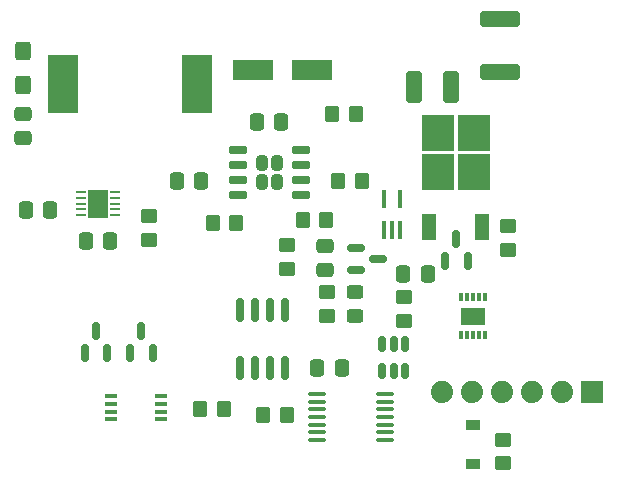
<source format=gbr>
%TF.GenerationSoftware,KiCad,Pcbnew,6.0.11-2627ca5db0~126~ubuntu22.04.1*%
%TF.CreationDate,2023-02-19T01:42:17-05:00*%
%TF.ProjectId,lin-fan-control,6c696e2d-6661-46e2-9d63-6f6e74726f6c,1.0*%
%TF.SameCoordinates,Original*%
%TF.FileFunction,Paste,Top*%
%TF.FilePolarity,Positive*%
%FSLAX46Y46*%
G04 Gerber Fmt 4.6, Leading zero omitted, Abs format (unit mm)*
G04 Created by KiCad (PCBNEW 6.0.11-2627ca5db0~126~ubuntu22.04.1) date 2023-02-19 01:42:17*
%MOMM*%
%LPD*%
G01*
G04 APERTURE LIST*
G04 Aperture macros list*
%AMRoundRect*
0 Rectangle with rounded corners*
0 $1 Rounding radius*
0 $2 $3 $4 $5 $6 $7 $8 $9 X,Y pos of 4 corners*
0 Add a 4 corners polygon primitive as box body*
4,1,4,$2,$3,$4,$5,$6,$7,$8,$9,$2,$3,0*
0 Add four circle primitives for the rounded corners*
1,1,$1+$1,$2,$3*
1,1,$1+$1,$4,$5*
1,1,$1+$1,$6,$7*
1,1,$1+$1,$8,$9*
0 Add four rect primitives between the rounded corners*
20,1,$1+$1,$2,$3,$4,$5,0*
20,1,$1+$1,$4,$5,$6,$7,0*
20,1,$1+$1,$6,$7,$8,$9,0*
20,1,$1+$1,$8,$9,$2,$3,0*%
G04 Aperture macros list end*
%ADD10C,0.100000*%
%ADD11R,0.400000X1.500000*%
%ADD12RoundRect,0.150000X0.150000X-0.512500X0.150000X0.512500X-0.150000X0.512500X-0.150000X-0.512500X0*%
%ADD13RoundRect,0.250000X0.450000X-0.350000X0.450000X0.350000X-0.450000X0.350000X-0.450000X-0.350000X0*%
%ADD14RoundRect,0.250000X-0.350000X-0.450000X0.350000X-0.450000X0.350000X0.450000X-0.350000X0.450000X0*%
%ADD15RoundRect,0.250000X-0.450000X0.350000X-0.450000X-0.350000X0.450000X-0.350000X0.450000X0.350000X0*%
%ADD16R,2.750000X3.050000*%
%ADD17R,1.200000X2.200000*%
%ADD18RoundRect,0.150000X0.150000X-0.587500X0.150000X0.587500X-0.150000X0.587500X-0.150000X-0.587500X0*%
%ADD19RoundRect,0.150000X-0.587500X-0.150000X0.587500X-0.150000X0.587500X0.150000X-0.587500X0.150000X0*%
%ADD20RoundRect,0.250000X-0.475000X0.337500X-0.475000X-0.337500X0.475000X-0.337500X0.475000X0.337500X0*%
%ADD21RoundRect,0.250000X-0.337500X-0.475000X0.337500X-0.475000X0.337500X0.475000X-0.337500X0.475000X0*%
%ADD22RoundRect,0.250000X0.350000X0.450000X-0.350000X0.450000X-0.350000X-0.450000X0.350000X-0.450000X0*%
%ADD23RoundRect,0.250000X1.450000X-0.400000X1.450000X0.400000X-1.450000X0.400000X-1.450000X-0.400000X0*%
%ADD24R,3.500000X1.800000*%
%ADD25RoundRect,0.250000X0.337500X0.475000X-0.337500X0.475000X-0.337500X-0.475000X0.337500X-0.475000X0*%
%ADD26RoundRect,0.250000X0.425000X-0.537500X0.425000X0.537500X-0.425000X0.537500X-0.425000X-0.537500X0*%
%ADD27RoundRect,0.150000X0.150000X-0.825000X0.150000X0.825000X-0.150000X0.825000X-0.150000X-0.825000X0*%
%ADD28RoundRect,0.100000X-0.637500X-0.100000X0.637500X-0.100000X0.637500X0.100000X-0.637500X0.100000X0*%
%ADD29RoundRect,0.250000X0.412500X1.100000X-0.412500X1.100000X-0.412500X-1.100000X0.412500X-1.100000X0*%
%ADD30R,1.100000X0.400000*%
%ADD31R,2.590800X5.003800*%
%ADD32RoundRect,0.250000X0.450000X-0.325000X0.450000X0.325000X-0.450000X0.325000X-0.450000X-0.325000X0*%
%ADD33R,1.200000X0.900000*%
%ADD34RoundRect,0.242500X-0.242500X-0.402500X0.242500X-0.402500X0.242500X0.402500X-0.242500X0.402500X0*%
%ADD35RoundRect,0.150000X-0.650000X-0.150000X0.650000X-0.150000X0.650000X0.150000X-0.650000X0.150000X0*%
%ADD36R,0.812800X0.254000*%
%ADD37R,1.752600X2.489200*%
%ADD38R,1.879600X1.879600*%
%ADD39C,1.879600*%
G04 APERTURE END LIST*
%TO.C,U8*%
G36*
X217502001Y-84054600D02*
G01*
X217248001Y-84054600D01*
X217248001Y-83445000D01*
X217502001Y-83445000D01*
X217502001Y-84054600D01*
G37*
D10*
X217502001Y-84054600D02*
X217248001Y-84054600D01*
X217248001Y-83445000D01*
X217502001Y-83445000D01*
X217502001Y-84054600D01*
G36*
X217001999Y-84054600D02*
G01*
X216747999Y-84054600D01*
X216747999Y-83445000D01*
X217001999Y-83445000D01*
X217001999Y-84054600D01*
G37*
X217001999Y-84054600D02*
X216747999Y-84054600D01*
X216747999Y-83445000D01*
X217001999Y-83445000D01*
X217001999Y-84054600D01*
G36*
X216502000Y-84054600D02*
G01*
X216248000Y-84054600D01*
X216248000Y-83445000D01*
X216502000Y-83445000D01*
X216502000Y-84054600D01*
G37*
X216502000Y-84054600D02*
X216248000Y-84054600D01*
X216248000Y-83445000D01*
X216502000Y-83445000D01*
X216502000Y-84054600D01*
G36*
X216002001Y-84054600D02*
G01*
X215748001Y-84054600D01*
X215748001Y-83445000D01*
X216002001Y-83445000D01*
X216002001Y-84054600D01*
G37*
X216002001Y-84054600D02*
X215748001Y-84054600D01*
X215748001Y-83445000D01*
X216002001Y-83445000D01*
X216002001Y-84054600D01*
G36*
X215501999Y-84054600D02*
G01*
X215247999Y-84054600D01*
X215247999Y-83445000D01*
X215501999Y-83445000D01*
X215501999Y-84054600D01*
G37*
X215501999Y-84054600D02*
X215247999Y-84054600D01*
X215247999Y-83445000D01*
X215501999Y-83445000D01*
X215501999Y-84054600D01*
G36*
X215501999Y-87255000D02*
G01*
X215247999Y-87255000D01*
X215247999Y-86645400D01*
X215501999Y-86645400D01*
X215501999Y-87255000D01*
G37*
X215501999Y-87255000D02*
X215247999Y-87255000D01*
X215247999Y-86645400D01*
X215501999Y-86645400D01*
X215501999Y-87255000D01*
G36*
X216002001Y-87255000D02*
G01*
X215748001Y-87255000D01*
X215748001Y-86645400D01*
X216002001Y-86645400D01*
X216002001Y-87255000D01*
G37*
X216002001Y-87255000D02*
X215748001Y-87255000D01*
X215748001Y-86645400D01*
X216002001Y-86645400D01*
X216002001Y-87255000D01*
G36*
X216502000Y-87255000D02*
G01*
X216248000Y-87255000D01*
X216248000Y-86645400D01*
X216502000Y-86645400D01*
X216502000Y-87255000D01*
G37*
X216502000Y-87255000D02*
X216248000Y-87255000D01*
X216248000Y-86645400D01*
X216502000Y-86645400D01*
X216502000Y-87255000D01*
G36*
X217001999Y-87255000D02*
G01*
X216747999Y-87255000D01*
X216747999Y-86645400D01*
X217001999Y-86645400D01*
X217001999Y-87255000D01*
G37*
X217001999Y-87255000D02*
X216747999Y-87255000D01*
X216747999Y-86645400D01*
X217001999Y-86645400D01*
X217001999Y-87255000D01*
G36*
X217502001Y-87255000D02*
G01*
X217248001Y-87255000D01*
X217248001Y-86645400D01*
X217502001Y-86645400D01*
X217502001Y-87255000D01*
G37*
X217502001Y-87255000D02*
X217248001Y-87255000D01*
X217248001Y-86645400D01*
X217502001Y-86645400D01*
X217502001Y-87255000D01*
G36*
X217327500Y-86048500D02*
G01*
X215422500Y-86048500D01*
X215422500Y-84651500D01*
X217327500Y-84651500D01*
X217327500Y-86048500D01*
G37*
X217327500Y-86048500D02*
X215422500Y-86048500D01*
X215422500Y-84651500D01*
X217327500Y-84651500D01*
X217327500Y-86048500D01*
%TD*%
D11*
%TO.C,U11*%
X208925000Y-78085000D03*
X209575000Y-78085000D03*
X210225000Y-78085000D03*
X210225000Y-75425000D03*
X208925000Y-75425000D03*
%TD*%
D12*
%TO.C,U7*%
X208750000Y-90025000D03*
X209700000Y-90025000D03*
X210650000Y-90025000D03*
X210650000Y-87750000D03*
X209700000Y-87750000D03*
X208750000Y-87750000D03*
%TD*%
D13*
%TO.C,R28*%
X200700000Y-81350000D03*
X200700000Y-79350000D03*
%TD*%
D14*
%TO.C,R25*%
X204525000Y-68250000D03*
X206525000Y-68250000D03*
%TD*%
D13*
%TO.C,R24*%
X210550000Y-85800000D03*
X210550000Y-83800000D03*
%TD*%
D15*
%TO.C,R21*%
X219425000Y-77775000D03*
X219425000Y-79775000D03*
%TD*%
D16*
%TO.C,Q4*%
X213425000Y-73200000D03*
X216475000Y-73200000D03*
X213425000Y-69850000D03*
X216475000Y-69850000D03*
D17*
X212670000Y-77825000D03*
X217230000Y-77825000D03*
%TD*%
D18*
%TO.C,Q3*%
X214075000Y-80700000D03*
X215975000Y-80700000D03*
X215025000Y-78825000D03*
%TD*%
D19*
%TO.C,D5*%
X206537500Y-79600000D03*
X206537500Y-81500000D03*
X208412500Y-80550000D03*
%TD*%
D20*
%TO.C,C14*%
X203875000Y-79400000D03*
X203875000Y-81475000D03*
%TD*%
D21*
%TO.C,C12*%
X210525000Y-81775000D03*
X212600000Y-81775000D03*
%TD*%
D22*
%TO.C,R13*%
X207000000Y-73900000D03*
X205000000Y-73900000D03*
%TD*%
D20*
%TO.C,C10*%
X178350000Y-68262500D03*
X178350000Y-70337500D03*
%TD*%
D13*
%TO.C,R6*%
X218925000Y-97850000D03*
X218925000Y-95850000D03*
%TD*%
D23*
%TO.C,F1*%
X218700000Y-64700000D03*
X218700000Y-60250000D03*
%TD*%
D24*
%TO.C,D3*%
X197800000Y-64500000D03*
X202800000Y-64500000D03*
%TD*%
D25*
%TO.C,C11*%
X180625000Y-76400000D03*
X178550000Y-76400000D03*
%TD*%
%TO.C,C5*%
X200200000Y-68900000D03*
X198125000Y-68900000D03*
%TD*%
D26*
%TO.C,C9*%
X178350000Y-65787500D03*
X178350000Y-62912500D03*
%TD*%
D27*
%TO.C,U1*%
X196670000Y-89800000D03*
X197940000Y-89800000D03*
X199210000Y-89800000D03*
X200480000Y-89800000D03*
X200480000Y-84850000D03*
X199210000Y-84850000D03*
X197940000Y-84850000D03*
X196670000Y-84850000D03*
%TD*%
D18*
%TO.C,Q1*%
X187400000Y-88475000D03*
X189300000Y-88475000D03*
X188350000Y-86600000D03*
%TD*%
D21*
%TO.C,C3*%
X183637500Y-78975000D03*
X185712500Y-78975000D03*
%TD*%
D28*
%TO.C,U2*%
X203237500Y-91975000D03*
X203237500Y-92625000D03*
X203237500Y-93275000D03*
X203237500Y-93925000D03*
X203237500Y-94575000D03*
X203237500Y-95225000D03*
X203237500Y-95875000D03*
X208962500Y-95875000D03*
X208962500Y-95225000D03*
X208962500Y-94575000D03*
X208962500Y-93925000D03*
X208962500Y-93275000D03*
X208962500Y-92625000D03*
X208962500Y-91975000D03*
%TD*%
D25*
%TO.C,C6*%
X193437500Y-73900000D03*
X191362500Y-73900000D03*
%TD*%
D29*
%TO.C,C4*%
X214525000Y-66000000D03*
X211400000Y-66000000D03*
%TD*%
D14*
%TO.C,R1*%
X193325000Y-93250000D03*
X195325000Y-93250000D03*
%TD*%
D25*
%TO.C,C1*%
X205300000Y-89775000D03*
X203225000Y-89775000D03*
%TD*%
D13*
%TO.C,R5*%
X204025000Y-85350000D03*
X204025000Y-83350000D03*
%TD*%
D30*
%TO.C,U3*%
X185750000Y-92175000D03*
X185750000Y-92825000D03*
X185750000Y-93475000D03*
X185750000Y-94125000D03*
X190050000Y-94125000D03*
X190050000Y-93475000D03*
X190050000Y-92825000D03*
X190050000Y-92175000D03*
%TD*%
D14*
%TO.C,R17*%
X194400000Y-77500000D03*
X196400000Y-77500000D03*
%TD*%
D31*
%TO.C,L1*%
X193100000Y-65700000D03*
X181695400Y-65700000D03*
%TD*%
D13*
%TO.C,R11*%
X188975000Y-78900000D03*
X188975000Y-76900000D03*
%TD*%
D32*
%TO.C,D1*%
X206450000Y-85350000D03*
X206450000Y-83300000D03*
%TD*%
D33*
%TO.C,D2*%
X216400000Y-97875000D03*
X216400000Y-94575000D03*
%TD*%
D34*
%TO.C,U5*%
X198600000Y-72400000D03*
X198600000Y-74000000D03*
X199800000Y-74000000D03*
X199800000Y-72400000D03*
D35*
X196550000Y-71295000D03*
X196550000Y-72565000D03*
X196550000Y-73835000D03*
X196550000Y-75105000D03*
X201850000Y-75105000D03*
X201850000Y-73835000D03*
X201850000Y-72565000D03*
X201850000Y-71295000D03*
%TD*%
D36*
%TO.C,U4*%
X183252200Y-74849999D03*
X183252200Y-75350001D03*
X183252200Y-75850000D03*
X183252200Y-76349999D03*
X183252200Y-76850001D03*
X186147800Y-76850001D03*
X186147800Y-76349999D03*
X186147800Y-75850000D03*
X186147800Y-75350001D03*
X186147800Y-74849999D03*
D37*
X184700000Y-75850000D03*
%TD*%
D18*
%TO.C,Q2*%
X183550000Y-88525000D03*
X185450000Y-88525000D03*
X184500000Y-86650000D03*
%TD*%
D14*
%TO.C,R15*%
X202000000Y-77200000D03*
X204000000Y-77200000D03*
%TD*%
%TO.C,R2*%
X198675000Y-93775000D03*
X200675000Y-93775000D03*
%TD*%
D38*
%TO.C,J1*%
X226520000Y-91800000D03*
D39*
X223980000Y-91800000D03*
X221440000Y-91800000D03*
X218900000Y-91800000D03*
X216360000Y-91800000D03*
X213820000Y-91800000D03*
%TD*%
M02*

</source>
